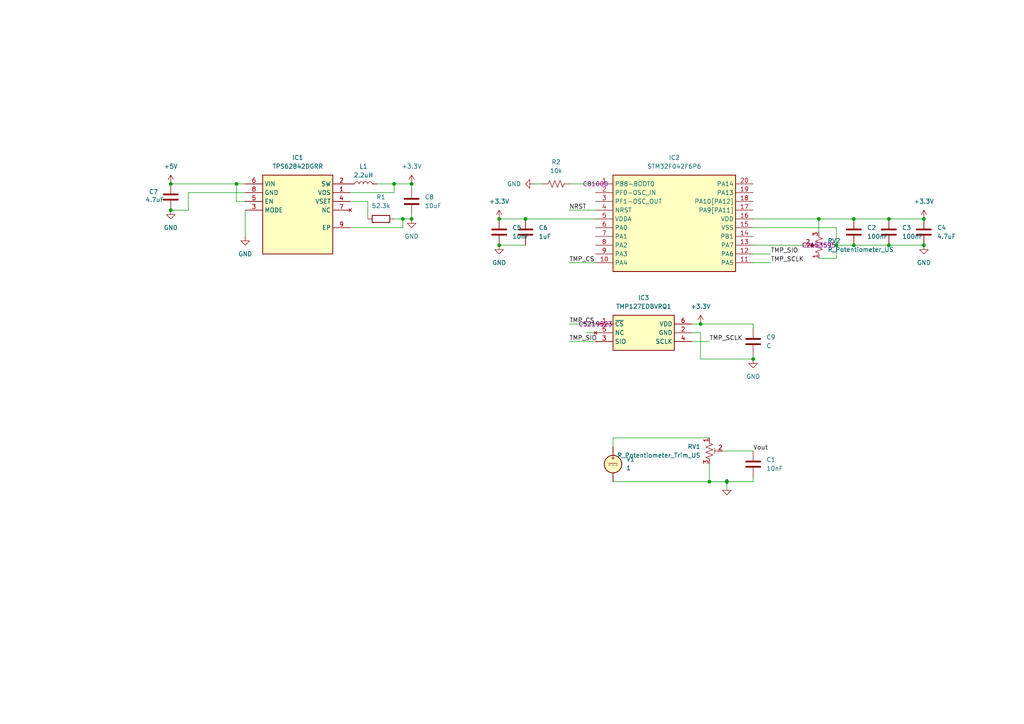
<source format=kicad_sch>
(kicad_sch (version 20250114) (generator "eeschema") (generator_version "9.0")
  (paper "A4")
  (lib_symbols
    (symbol "Device:C" (pin_numbers (hide yes)) (pin_names (offset 0.254))
      (property "Reference" "C" (at 0.635 2.54 0))
      (property "Value" "C" (at 0.635 -2.54 0))
      (symbol "C_0_1"
        (polyline (pts (xy -2.032 0.762) (xy 2.032 0.762)) (stroke (width 0.508)))
        (polyline (pts (xy -2.032 -0.762) (xy 2.032 -0.762)) (stroke (width 0.508)))
      )
      (symbol "C_1_1"
        (pin passive line (at 0 3.81 270) (length 2.794) (name "~") (number "1"))
        (pin passive line (at 0 -3.81 90) (length 2.794) (name "~") (number "2"))
      )
    )
    (symbol "Device:L" (pin_numbers (hide yes)) (pin_names (offset 1.016) (hide yes))
      (property "Reference" "L" (at -1.27 0 90))
      (property "Value" "L" (at 1.905 0 90))
      (symbol "L_0_1"
        (arc (start 0 2.54) (mid 0.6323 1.905) (end 0 1.27))
        (arc (start 0 1.27) (mid 0.6323 0.635) (end 0 0))
        (arc (start 0 0) (mid 0.6323 -0.635) (end 0 -1.27))
        (arc (start 0 -1.27) (mid 0.6323 -1.905) (end 0 -2.54))
      )
      (symbol "L_1_1"
        (pin passive line (at 0 3.81 270) (length 1.27) (name "1") (number "1"))
        (pin passive line (at 0 -3.81 90) (length 1.27) (name "2") (number "2"))
      )
    )
    (symbol "Device:R" (pin_numbers (hide yes)) (pin_names (offset 0))
      (property "Reference" "R" (at 2.032 0 90))
      (property "Value" "R" (at 0 0 90))
      (symbol "R_0_1"
        (rectangle (start -1.016 -2.54) (end 1.016 2.54) (stroke (width 0.254)))
      )
      (symbol "R_1_1"
        (pin passive line (at 0 3.81 270) (length 1.27) (name "~") (number "1"))
        (pin passive line (at 0 -3.81 90) (length 1.27) (name "~") (number "2"))
      )
    )
    (symbol "Device:R_Potentiometer_Trim_US" (pin_names (offset 1.016) (hide yes))
      (property "Reference" "RV" (at -4.445 0 90))
      (property "Value" "R_Potentiometer_Trim_US" (at -2.54 0 90))
      (symbol "R_Potentiometer_Trim_US_0_1"
        (polyline (pts (xy 0 2.286) (xy 0 2.54)))
        (polyline (pts (xy 0 2.286) (xy 1.016 1.905) (xy 0 1.524) (xy -1.016 1.143) (xy 0 0.762)))
        (polyline (pts (xy 0 0.762) (xy 1.016 0.381) (xy 0 0) (xy -1.016 -0.381) (xy 0 -0.762)))
        (polyline (pts (xy 0 -0.762) (xy 1.016 -1.143) (xy 0 -1.524) (xy -1.016 -1.905) (xy 0 -2.286)))
        (polyline (pts (xy 0 -2.286) (xy 0 -2.54)))
        (polyline (pts (xy 1.524 0.762) (xy 1.524 -0.762)))
        (polyline (pts (xy 2.54 0) (xy 1.524 0)))
      )
      (symbol "R_Potentiometer_Trim_US_1_1"
        (pin passive line (at 0 3.81 270) (length 1.27) (name "1") (number "1"))
        (pin passive line (at 0 -3.81 90) (length 1.27) (name "3") (number "3"))
        (pin passive line (at 3.81 0 180) (length 1.27) (name "2") (number "2"))
      )
    )
    (symbol "Device:R_Potentiometer_US" (pin_names (offset 1.016) (hide yes))
      (property "Reference" "RV" (at -4.445 0 90))
      (property "Value" "R_Potentiometer_US" (at -2.54 0 90))
      (symbol "R_Potentiometer_US_0_1"
        (polyline (pts (xy 0 2.54) (xy 0 2.286)))
        (polyline (pts (xy 0 2.286) (xy 1.016 1.905) (xy 0 1.524) (xy -1.016 1.143) (xy 0 0.762)))
        (polyline (pts (xy 0 0.762) (xy 1.016 0.381) (xy 0 0) (xy -1.016 -0.381) (xy 0 -0.762)))
        (polyline (pts (xy 0 -0.762) (xy 1.016 -1.143) (xy 0 -1.524) (xy -1.016 -1.905) (xy 0 -2.286)))
        (polyline (pts (xy 0 -2.286) (xy 0 -2.54)))
        (polyline (pts (xy 1.143 0) (xy 2.286 0.508) (xy 2.286 -0.508) (xy 1.143 0)) (fill (type outline)))
        (polyline (pts (xy 2.54 0) (xy 1.524 0)))
      )
      (symbol "R_Potentiometer_US_1_1"
        (pin passive line (at 0 3.81 270) (length 1.27) (name "1") (number "1"))
        (pin passive line (at 0 -3.81 90) (length 1.27) (name "3") (number "3"))
        (pin passive line (at 3.81 0 180) (length 1.27) (name "2") (number "2"))
      )
    )
    (symbol "Device:R_US" (pin_numbers (hide yes)) (pin_names (offset 0))
      (property "Reference" "R" (at 2.54 0 90))
      (property "Value" "R_US" (at -2.54 0 90))
      (symbol "R_US_0_1"
        (polyline (pts (xy 0 2.286) (xy 0 2.54)))
        (polyline (pts (xy 0 2.286) (xy 1.016 1.905) (xy 0 1.524) (xy -1.016 1.143) (xy 0 0.762)))
        (polyline (pts (xy 0 0.762) (xy 1.016 0.381) (xy 0 0) (xy -1.016 -0.381) (xy 0 -0.762)))
        (polyline (pts (xy 0 -0.762) (xy 1.016 -1.143) (xy 0 -1.524) (xy -1.016 -1.905) (xy 0 -2.286)))
        (polyline (pts (xy 0 -2.286) (xy 0 -2.54)))
      )
      (symbol "R_US_1_1"
        (pin passive line (at 0 3.81 270) (length 1.27) (name "~") (number "1"))
        (pin passive line (at 0 -3.81 90) (length 1.27) (name "~") (number "2"))
      )
    )
    (symbol "STM32F042F6P6:STM32F042F6P6"
      (property "Reference" "IC" (at 41.91 7.62 0))
      (property "Value" "STM32F042F6P6" (at 41.91 5.08 0))
      (symbol "STM32F042F6P6_1_1"
        (rectangle (start 5.08 2.54) (end 40.64 -25.4) (stroke (width 0.254)) (fill (type background)))
        (pin passive line (at 0 0 0) (length 5.08) (name "PB8-BOOT0") (number "1"))
        (pin passive line (at 0 -2.54 0) (length 5.08) (name "PF0-OSC_IN") (number "2"))
        (pin passive line (at 0 -5.08 0) (length 5.08) (name "PF1-OSC_OUT") (number "3"))
        (pin passive line (at 0 -7.62 0) (length 5.08) (name "NRST") (number "4"))
        (pin passive line (at 0 -10.16 0) (length 5.08) (name "VDDA") (number "5"))
        (pin passive line (at 0 -12.7 0) (length 5.08) (name "PA0") (number "6"))
        (pin passive line (at 0 -15.24 0) (length 5.08) (name "PA1") (number "7"))
        (pin passive line (at 0 -17.78 0) (length 5.08) (name "PA2") (number "8"))
        (pin passive line (at 0 -20.32 0) (length 5.08) (name "PA3") (number "9"))
        (pin passive line (at 0 -22.86 0) (length 5.08) (name "PA4") (number "10"))
        (pin passive line (at 45.72 0 180) (length 5.08) (name "PA14") (number "20"))
        (pin passive line (at 45.72 -2.54 180) (length 5.08) (name "PA13") (number "19"))
        (pin passive line (at 45.72 -5.08 180) (length 5.08) (name "PA10[PA12]") (number "18"))
        (pin passive line (at 45.72 -7.62 180) (length 5.08) (name "PA9[PA11]") (number "17"))
        (pin passive line (at 45.72 -10.16 180) (length 5.08) (name "VDD") (number "16"))
        (pin passive line (at 45.72 -12.7 180) (length 5.08) (name "VSS") (number "15"))
        (pin passive line (at 45.72 -15.24 180) (length 5.08) (name "PB1") (number "14"))
        (pin passive line (at 45.72 -17.78 180) (length 5.08) (name "PA7") (number "13"))
        (pin passive line (at 45.72 -20.32 180) (length 5.08) (name "PA6") (number "12"))
        (pin passive line (at 45.72 -22.86 180) (length 5.08) (name "PA5") (number "11"))
      )
    )
    (symbol "Simulation_SPICE:0" (power) (pin_numbers (hide yes)) (pin_names (offset 0) (hide yes))
      (property "Value" "0" (at 0 -2.54 0))
      (symbol "0_0_1"
        (polyline (pts (xy -1.27 0) (xy 0 -1.27) (xy 1.27 0) (xy -1.27 0)))
      )
      (symbol "0_1_1"
        (pin power_in line (at 0 0 0) (length 0) (name "~") (number "1"))
      )
    )
    (symbol "Simulation_SPICE:VDC" (pin_numbers (hide yes)) (pin_names (offset 0.0254))
      (property "Reference" "V" (at 2.54 2.54 0))
      (property "Value" "1" (at 2.54 0 0))
      (symbol "VDC_0_0"
        (polyline (pts (xy -1.27 0.254) (xy 1.27 0.254)))
        (polyline (pts (xy -0.762 -0.254) (xy -1.27 -0.254)))
        (polyline (pts (xy 0.254 -0.254) (xy -0.254 -0.254)))
        (polyline (pts (xy 1.27 -0.254) (xy 0.762 -0.254)))
        (text "+" (at 0 1.905 0) (effects (font (size 1.27 1.27))))
      )
      (symbol "VDC_0_1"
        (circle (center 0 0) (radius 2.54) (stroke (width 0.254)) (fill (type background)))
      )
      (symbol "VDC_1_1"
        (pin passive line (at 0 5.08 270) (length 2.54) (name "~") (number "1"))
        (pin passive line (at 0 -5.08 90) (length 2.54) (name "~") (number "2"))
      )
    )
    (symbol "TMP127EDBVRQ1:TMP127EDBVRQ1"
      (property "Reference" "IC3" (at 13.97 7.62 0))
      (property "Value" "TMP127EDBVRQ1" (at 13.97 5.08 0))
      (symbol "TMP127EDBVRQ1_1_1"
        (rectangle (start 5.08 2.54) (end 22.86 -7.62) (stroke (width 0.254)) (fill (type background)))
        (pin passive line (at 0 0 0) (length 5.08) (name "~{CS}") (number "1"))
        (pin no_connect line (at 0 -2.54 0) (length 5.08) (name "NC") (number "5"))
        (pin passive line (at 0 -5.08 0) (length 5.08) (name "SIO") (number "3"))
        (pin passive line (at 27.94 0 180) (length 5.08) (name "VDD") (number "6"))
        (pin passive line (at 27.94 -2.54 180) (length 5.08) (name "GND") (number "2"))
        (pin passive line (at 27.94 -5.08 180) (length 5.08) (name "SCLK") (number "4"))
      )
    )
    (symbol "TPS62842DGRR:TPS62842DGRR"
      (property "Reference" "IC" (at 26.67 7.62 0))
      (property "Value" "TPS62842DGRR" (at 26.67 5.08 0))
      (symbol "TPS62842DGRR_1_1"
        (rectangle (start 5.08 2.54) (end 25.4 -20.32) (stroke (width 0.254)) (fill (type background)))
        (pin passive line (at 0 0 0) (length 5.08) (name "VIN") (number "6"))
        (pin passive line (at 0 -2.54 0) (length 5.08) (name "GND") (number "8"))
        (pin passive line (at 0 -5.08 0) (length 5.08) (name "EN") (number "5"))
        (pin passive line (at 0 -7.62 0) (length 5.08) (name "MODE") (number "3"))
        (pin passive line (at 30.48 0 180) (length 5.08) (name "SW") (number "2"))
        (pin passive line (at 30.48 -2.54 180) (length 5.08) (name "VOS") (number "1"))
        (pin passive line (at 30.48 -5.08 180) (length 5.08) (name "VSET") (number "4"))
        (pin no_connect line (at 30.48 -7.62 180) (length 5.08) (name "NC") (number "7"))
        (pin passive line (at 30.48 -12.7 180) (length 5.08) (name "EP") (number "9"))
      )
    )
    (symbol "power:+3.3V" (power) (pin_numbers (hide yes)) (pin_names (offset 0) (hide yes))
      (property "Value" "+3.3V" (at 0 3.556 0))
      (symbol "+3.3V_0_1"
        (polyline (pts (xy -0.762 1.27) (xy 0 2.54)))
        (polyline (pts (xy 0 2.54) (xy 0.762 1.27)))
        (polyline (pts (xy 0 0) (xy 0 2.54)))
      )
      (symbol "+3.3V_1_1"
        (pin power_in line (at 0 0 90) (length 0) (name "~") (number "1"))
      )
    )
    (symbol "power:+5V" (power) (pin_numbers (hide yes)) (pin_names (offset 0) (hide yes))
      (property "Value" "+5V" (at 0 3.556 0))
      (symbol "+5V_0_1"
        (polyline (pts (xy -0.762 1.27) (xy 0 2.54)))
        (polyline (pts (xy 0 2.54) (xy 0.762 1.27)))
        (polyline (pts (xy 0 0) (xy 0 2.54)))
      )
      (symbol "+5V_1_1"
        (pin power_in line (at 0 0 90) (length 0) (name "~") (number "1"))
      )
    )
    (symbol "power:GND" (power) (pin_numbers (hide yes)) (pin_names (offset 0) (hide yes))
      (property "Value" "GND" (at 0 -3.81 0))
      (symbol "GND_0_1"
        (polyline (pts (xy 0 0) (xy 0 -1.27) (xy 1.27 -1.27) (xy 0 -2.54) (xy -1.27 -1.27) (xy 0 -1.27)))
      )
      (symbol "GND_1_1"
        (pin power_in line (at 0 0 270) (length 0) (name "~") (number "1"))
      )
    )
  )
  (junction (at 119.38 53.34))
  (junction (at 210.82 139.7))
  (junction (at 144.78 71.12))
  (junction (at 68.58 53.34))
  (junction (at 218.44 104.14))
  (junction (at 114.3 53.34))
  (junction (at 119.38 63.5))
  (junction (at 49.53 60.96))
  (junction (at 49.53 53.34))
  (junction (at 267.97 71.12))
  (junction (at 267.97 63.5))
  (junction (at 247.65 71.12))
  (junction (at 205.74 139.7))
  (junction (at 257.81 71.12))
  (junction (at 152.4 63.5))
  (junction (at 203.2 93.98))
  (junction (at 237.49 63.5))
  (junction (at 242.57 71.12))
  (junction (at 116.84 63.5))
  (junction (at 257.81 63.5))
  (junction (at 144.78 63.5))
  (junction (at 247.65 63.5))
  (wire (pts (xy 165.1 99.06) (xy 172.72 99.06)))
  (wire (pts (xy 257.81 71.12) (xy 267.97 71.12)))
  (wire (pts (xy 54.61 55.88) (xy 54.61 60.96)))
  (wire (pts (xy 210.82 139.7) (xy 210.82 142.24)))
  (wire (pts (xy 68.58 58.42) (xy 68.58 53.34)))
  (wire (pts (xy 210.82 139.7) (xy 218.44 139.7)))
  (wire (pts (xy 54.61 55.88) (xy 71.12 55.88)))
  (wire (pts (xy 106.68 58.42) (xy 106.68 63.5)))
  (wire (pts (xy 109.22 53.34) (xy 114.3 53.34)))
  (wire (pts (xy 242.57 74.93) (xy 242.57 71.12)))
  (wire (pts (xy 218.44 71.12) (xy 233.68 71.12)))
  (wire (pts (xy 247.65 71.12) (xy 242.57 71.12)))
  (wire (pts (xy 237.49 63.5) (xy 237.49 67.31)))
  (wire (pts (xy 119.38 62.23) (xy 119.38 63.5)))
  (wire (pts (xy 101.6 55.88) (xy 114.3 55.88)))
  (wire (pts (xy 218.44 95.25) (xy 218.44 93.98)))
  (wire (pts (xy 119.38 53.34) (xy 114.3 53.34)))
  (wire (pts (xy 200.66 93.98) (xy 203.2 93.98)))
  (wire (pts (xy 218.44 102.87) (xy 218.44 104.14)))
  (wire (pts (xy 247.65 63.5) (xy 257.81 63.5)))
  (wire (pts (xy 218.44 76.2) (xy 223.52 76.2)))
  (wire (pts (xy 119.38 54.61) (xy 119.38 53.34)))
  (wire (pts (xy 114.3 63.5) (xy 116.84 63.5)))
  (wire (pts (xy 177.8 139.7) (xy 205.74 139.7)))
  (wire (pts (xy 101.6 58.42) (xy 106.68 58.42)))
  (wire (pts (xy 177.8 127) (xy 205.74 127)))
  (wire (pts (xy 154.94 53.34) (xy 157.48 53.34)))
  (wire (pts (xy 200.66 99.06) (xy 205.74 99.06)))
  (wire (pts (xy 116.84 63.5) (xy 119.38 63.5)))
  (wire (pts (xy 165.1 93.98) (xy 172.72 93.98)))
  (wire (pts (xy 218.44 73.66) (xy 223.52 73.66)))
  (wire (pts (xy 165.1 53.34) (xy 172.72 53.34)))
  (wire (pts (xy 152.4 71.12) (xy 144.78 71.12)))
  (wire (pts (xy 71.12 58.42) (xy 68.58 58.42)))
  (wire (pts (xy 116.84 66.04) (xy 116.84 63.5)))
  (wire (pts (xy 152.4 63.5) (xy 172.72 63.5)))
  (wire (pts (xy 165.1 76.2) (xy 172.72 76.2)))
  (wire (pts (xy 218.44 93.98) (xy 203.2 93.98)))
  (wire (pts (xy 205.74 139.7) (xy 210.82 139.7)))
  (wire (pts (xy 237.49 74.93) (xy 242.57 74.93)))
  (wire (pts (xy 237.49 63.5) (xy 247.65 63.5)))
  (wire (pts (xy 218.44 139.7) (xy 218.44 138.43)))
  (wire (pts (xy 218.44 63.5) (xy 237.49 63.5)))
  (wire (pts (xy 242.57 66.04) (xy 218.44 66.04)))
  (wire (pts (xy 200.66 96.52) (xy 203.2 96.52)))
  (wire (pts (xy 165.1 60.96) (xy 172.72 60.96)))
  (wire (pts (xy 144.78 63.5) (xy 152.4 63.5)))
  (wire (pts (xy 170.18 96.52) (xy 172.72 96.52)))
  (wire (pts (xy 242.57 71.12) (xy 242.57 66.04)))
  (wire (pts (xy 49.53 53.34) (xy 68.58 53.34)))
  (wire (pts (xy 218.44 130.81) (xy 209.55 130.81)))
  (wire (pts (xy 114.3 55.88) (xy 114.3 53.34)))
  (wire (pts (xy 247.65 71.12) (xy 257.81 71.12)))
  (wire (pts (xy 257.81 63.5) (xy 267.97 63.5)))
  (wire (pts (xy 205.74 134.62) (xy 205.74 139.7)))
  (wire (pts (xy 49.53 53.34) (xy 49.53 54.61)))
  (wire (pts (xy 71.12 53.34) (xy 68.58 53.34)))
  (wire (pts (xy 177.8 127) (xy 177.8 129.54)))
  (wire (pts (xy 49.53 60.96) (xy 54.61 60.96)))
  (wire (pts (xy 101.6 66.04) (xy 116.84 66.04)))
  (wire (pts (xy 203.2 104.14) (xy 218.44 104.14)))
  (wire (pts (xy 71.12 60.96) (xy 71.12 68.58)))
  (wire (pts (xy 203.2 96.52) (xy 203.2 104.14)))
  (label "TMP_SCLK" (at 223.52 76.2 0))
  (label "TMP_SIO" (at 165.1 99.06 0))
  (label "Vout" (at 218.44 130.81 0))
  (label "TMP_SIO" (at 223.52 73.66 0))
  (label "NRST" (at 165.1 60.96 0))
  (label "TMP_CS" (at 165.1 76.2 0))
  (label "TMP_SCLK" (at 205.74 99.06 0))
  (label "TMP_CS" (at 165.1 93.98 0))
  (symbol (lib_id "Device:R_Potentiometer_Trim_US") (at 205.74 130.81 0) (unit 1)
    (property "Reference" "RV1" (at 203.2 129.5399 0) (effects (justify right)))
    (property "Value" "R_Potentiometer_Trim_US" (at 203.2 132.0799 0) (effects (justify right)))
    (property "Description" "Trim-potentiometer, US symbol" (effects (hide yes)))
    (property "Sim.Device" "R" (effects (hide yes)))
    (property "Sim.Type" "POT" (effects (hide yes)))
    (property "Sim.Pins" "1=r0 2=wiper 3=r1" (effects (hide yes)))
    (property "Sim.Params" "r=1000 pos=0" (effects (hide yes)))
  )
  (symbol (lib_id "Device:C") (at 49.53 57.15 0) (unit 1)
    (property "Reference" "C7" (at 43.18 55.626 0) (effects (justify left)))
    (property "Value" "4.7uF" (at 42.164 57.912 0) (effects (justify left)))
    (property "Description" "Unpolarized capacitor" (effects (hide yes)))
  )
  (symbol (lib_id "Device:C") (at 218.44 134.62 0) (unit 1)
    (property "Reference" "C1" (at 222.25 133.3499 0) (effects (justify left)))
    (property "Value" "10nF" (at 222.25 135.8899 0) (effects (justify left)))
    (property "Description" "Unpolarized capacitor" (effects (hide yes)))
  )
  (symbol (lib_id "STM32F042F6P6:STM32F042F6P6") (at 172.72 53.34 0) (unit 1)
    (property "Reference" "IC2" (at 195.58 45.72 0))
    (property "Value" "STM32F042F6P6" (at 195.58 48.26 0))
    (property "Footprint" "SOP65P640X120-20N" (effects (hide yes)))
    (property "Datasheet" "http://www.st.com/content/ccc/resource/technical/document/datasheet/52/ad/d0/80/e6/be/40/ad/DM00105814.pdf/files/DM00105814.pdf/jcr:content/translations/en.DM00105814.pdf" (effects (hide yes)))
    (property "Description" "32-Bit MCU 32K Flash USB2.0 CAN TSSOP20 STMicroelectronics STM32F042F6P6, 32bit ARM Cortex M0 Microcontroller, 48MHz, 32 kB Flash, 20-Pin TSSOP" (effects (hide yes)))
    (property "Height" "1.2" (effects (hide yes)))
    (property "Manufacturer_Name" "STMicroelectronics" (effects (hide yes)))
    (property "Manufacturer_Part_Number" "STM32F042F6P6" (effects (hide yes)))
    (property "Mouser Part Number" "511-STM32F042F6P6" (effects (hide yes)))
    (property "Mouser Price/Stock" "https://www.mouser.co.uk/ProductDetail/STMicroelectronics/STM32F042F6P6?qs=4b8myOmUP%252BsTtpJfUMo83g%3D%3D" (effects (hide yes)))
    (property "Arrow Part Number" "STM32F042F6P6" (effects (hide yes)))
    (property "Arrow Price/Stock" "https://www.arrow.com/en/products/stm32f042f6p6/stmicroelectronics?region=europe" (effects (hide yes)))
    (property "LCSC" "C81000" (at 172.72 53.34 0))
  )
  (symbol (lib_id "power:GND") (at 154.94 53.34 270) (unit 1)
    (property "Reference" "#PWR010" (effects (hide yes)))
    (property "Value" "GND" (at 151.13 53.3399 90) (effects (justify right)))
    (property "Description" "Power symbol creates a global label with name \"GND\" , ground" (effects (hide yes)))
  )
  (symbol (lib_id "power:GND") (at 144.78 71.12 0) (unit 1)
    (property "Reference" "#PWR03" (effects (hide yes)))
    (property "Value" "GND" (at 144.78 76.2 0))
    (property "Description" "Power symbol creates a global label with name \"GND\" , ground" (effects (hide yes)))
  )
  (symbol (lib_id "Device:C") (at 144.78 67.31 0) (unit 1)
    (property "Reference" "C5" (at 148.59 66.0399 0) (effects (justify left)))
    (property "Value" "10nF" (at 148.59 68.5799 0) (effects (justify left)))
    (property "Description" "Unpolarized capacitor" (effects (hide yes)))
  )
  (symbol (lib_id "Device:R") (at 110.49 63.5 90) (unit 1)
    (property "Reference" "R1" (at 110.49 57.15 90))
    (property "Value" "52.3k" (at 110.49 59.69 90))
    (property "Description" "Resistor" (effects (hide yes)))
  )
  (symbol (lib_id "Device:C") (at 257.81 67.31 0) (unit 1)
    (property "Reference" "C3" (at 261.62 66.0399 0) (effects (justify left)))
    (property "Value" "100nF" (at 261.62 68.5799 0) (effects (justify left)))
    (property "Description" "Unpolarized capacitor" (effects (hide yes)))
  )
  (symbol (lib_id "Simulation_SPICE:0") (at 210.82 142.24 0) (unit 1)
    (property "Reference" "#GND01" (effects (hide yes)))
    (property "Value" "0" (at 210.82 139.7 0))
    (property "Datasheet" "https://ngspice.sourceforge.io/docs/ngspice-html-manual/manual.xhtml#subsec_Circuit_elements__device" (effects (hide yes)))
    (property "Description" "0V reference potential for simulation" (effects (hide yes)))
  )
  (symbol (lib_id "power:+5V") (at 49.53 53.34 0) (unit 1)
    (property "Reference" "#PWR07" (effects (hide yes)))
    (property "Value" "+5V" (at 49.53 48.26 0))
    (property "Description" "Power symbol creates a global label with name \"+5V\"" (effects (hide yes)))
  )
  (symbol (lib_id "power:+3.3V") (at 203.2 93.98 0) (unit 1)
    (property "Reference" "#PWR012" (effects (hide yes)))
    (property "Value" "+3.3V" (at 203.2 88.9 0))
    (property "Description" "Power symbol creates a global label with name \"+3.3V\"" (effects (hide yes)))
  )
  (symbol (lib_id "Device:C") (at 267.97 67.31 0) (unit 1)
    (property "Reference" "C4" (at 271.78 66.0399 0) (effects (justify left)))
    (property "Value" "4.7uF" (at 271.78 68.5799 0) (effects (justify left)))
    (property "Description" "Unpolarized capacitor" (effects (hide yes)))
  )
  (symbol (lib_id "TMP127EDBVRQ1:TMP127EDBVRQ1") (at 172.72 93.98 0) (unit 1)
    (property "Reference" "IC3" (at 186.69 86.36 0))
    (property "Value" "TMP127EDBVRQ1" (at 186.69 88.9 0))
    (property "Footprint" "SOT95P280X145-6N" (effects (hide yes)))
    (property "Datasheet" "https://www.ti.com/lit/ds/symlink/tmp127-q1.pdf?ts=1649294911130&ref_url=https%253A%252F%252Fwww.ti.com%252Fproduct%252FTMP127-Q1" (effects (hide yes)))
    (property "Description" "Board Mount Temperature Sensors Automotive +/-0.8 C SPI temperature sensor with 175 C operation 6-SOT-23 -55 to 175" (effects (hide yes)))
    (property "Height" "1.45" (effects (hide yes)))
    (property "Mouser Part Number" "595-TMP127EDBVRQ1" (effects (hide yes)))
    (property "Mouser Price/Stock" "https://www.mouser.co.uk/ProductDetail/Texas-Instruments/TMP127EDBVRQ1?qs=Znm5pLBrcAIt0n8dxW84dg%3D%3D" (effects (hide yes)))
    (property "Manufacturer_Name" "Texas Instruments" (effects (hide yes)))
    (property "Manufacturer_Part_Number" "TMP127EDBVRQ1" (effects (hide yes)))
    (property "LCSC" "C5219523" (at 172.72 93.98 0))
  )
  (symbol (lib_id "Device:L") (at 105.41 53.34 90) (unit 1)
    (property "Reference" "L1" (at 105.41 48.26 90))
    (property "Value" "2.2uH" (at 105.41 50.8 90))
    (property "Description" "Inductor" (effects (hide yes)))
  )
  (symbol (lib_id "power:GND") (at 267.97 71.12 0) (unit 1)
    (property "Reference" "#PWR02" (effects (hide yes)))
    (property "Value" "GND" (at 267.97 76.2 0))
    (property "Description" "Power symbol creates a global label with name \"GND\" , ground" (effects (hide yes)))
  )
  (symbol (lib_id "Device:C") (at 152.4 67.31 0) (unit 1)
    (property "Reference" "C6" (at 156.21 66.0399 0) (effects (justify left)))
    (property "Value" "1uF" (at 156.21 68.5799 0) (effects (justify left)))
    (property "Description" "Unpolarized capacitor" (effects (hide yes)))
  )
  (symbol (lib_id "power:GND") (at 218.44 104.14 0) (unit 1)
    (property "Reference" "#PWR013" (effects (hide yes)))
    (property "Value" "GND" (at 218.44 109.22 0))
    (property "Description" "Power symbol creates a global label with name \"GND\" , ground" (effects (hide yes)))
  )
  (symbol (lib_id "Device:R_US") (at 161.29 53.34 90) (unit 1)
    (property "Reference" "R2" (at 161.29 46.99 90))
    (property "Value" "10k" (at 161.29 49.53 90))
    (property "Description" "Resistor, US symbol" (effects (hide yes)))
  )
  (symbol (lib_id "Device:C") (at 119.38 58.42 0) (unit 1)
    (property "Reference" "C8" (at 123.19 57.1499 0) (effects (justify left)))
    (property "Value" "10uF" (at 123.19 59.6899 0) (effects (justify left)))
    (property "Description" "Unpolarized capacitor" (effects (hide yes)))
  )
  (symbol (lib_id "power:+3.3V") (at 144.78 63.5 0) (unit 1)
    (property "Reference" "#PWR04" (effects (hide yes)))
    (property "Value" "+3.3V" (at 144.78 58.42 0))
    (property "Description" "Power symbol creates a global label with name \"+3.3V\"" (effects (hide yes)))
  )
  (symbol (lib_id "Device:R_Potentiometer_US") (at 237.49 71.12 180) (unit 1)
    (property "Reference" "RV2" (at 240.03 69.8499 0) (effects (justify right)))
    (property "Value" "R_Potentiometer_US" (at 240.03 72.3899 0) (effects (justify right)))
    (property "Description" "Potentiometer, US symbol" (effects (hide yes)))
    (property "LCSC" "C2153595" (at 237.49 71.12 0))
  )
  (symbol (lib_id "Device:C") (at 218.44 99.06 180) (unit 1)
    (property "Reference" "C9" (at 222.25 97.7899 0) (effects (justify right)))
    (property "Value" "C" (at 222.25 100.3299 0) (effects (justify right)))
    (property "Description" "Unpolarized capacitor" (effects (hide yes)))
  )
  (symbol (lib_id "power:+3.3V") (at 267.97 63.5 0) (unit 1)
    (property "Reference" "#PWR01" (effects (hide yes)))
    (property "Value" "+3.3V" (at 267.97 58.42 0))
    (property "Description" "Power symbol creates a global label with name \"+3.3V\"" (effects (hide yes)))
  )
  (symbol (lib_id "power:GND") (at 71.12 68.58 0) (unit 1)
    (property "Reference" "#PWR06" (effects (hide yes)))
    (property "Value" "GND" (at 71.12 73.66 0))
    (property "Description" "Power symbol creates a global label with name \"GND\" , ground" (effects (hide yes)))
  )
  (symbol (lib_id "power:GND") (at 119.38 63.5 0) (unit 1)
    (property "Reference" "#PWR08" (effects (hide yes)))
    (property "Value" "GND" (at 119.38 68.58 0))
    (property "Description" "Power symbol creates a global label with name \"GND\" , ground" (effects (hide yes)))
  )
  (symbol (lib_id "power:GND") (at 49.53 60.96 0) (unit 1)
    (property "Reference" "#PWR05" (effects (hide yes)))
    (property "Value" "GND" (at 49.53 66.04 0))
    (property "Description" "Power symbol creates a global label with name \"GND\" , ground" (effects (hide yes)))
  )
  (symbol (lib_id "Device:C") (at 247.65 67.31 0) (unit 1)
    (property "Reference" "C2" (at 251.46 66.0399 0) (effects (justify left)))
    (property "Value" "100nF" (at 251.46 68.5799 0) (effects (justify left)))
    (property "Description" "Unpolarized capacitor" (effects (hide yes)))
  )
  (symbol (lib_id "power:+3.3V") (at 119.38 53.34 0) (unit 1)
    (property "Reference" "#PWR09" (effects (hide yes)))
    (property "Value" "+3.3V" (at 119.38 48.26 0))
    (property "Description" "Power symbol creates a global label with name \"+3.3V\"" (effects (hide yes)))
  )
  (symbol (lib_id "TPS62842DGRR:TPS62842DGRR") (at 71.12 53.34 0) (unit 1)
    (property "Reference" "IC1" (at 86.36 45.72 0))
    (property "Value" "TPS62842DGRR" (at 86.36 48.26 0))
    (property "Footprint" "SOP65P490X110-9N" (effects (hide yes)))
    (property "Datasheet" "https://www.ti.com/lit/ds/symlink/tps62840.pdf" (effects (hide yes)))
    (property "Description" "Switching Voltage Regulators 60-nA IQ, 1.8-V to 6.5-VIN, high-efficiency 750-mA step-down converter 8-HVSSOP -40 to 125" (effects (hide yes)))
    (property "Height" "1.1" (effects (hide yes)))
    (property "Mouser Part Number" "595-TPS62842DGRR" (effects (hide yes)))
    (property "Mouser Price/Stock" "https://www.mouser.co.uk/ProductDetail/Texas-Instruments/TPS62842DGRR?qs=xZ%2FP%252Ba9zWqbpi7pDQDs52A%3D%3D" (effects (hide yes)))
    (property "Manufacturer_Name" "Texas Instruments" (effects (hide yes)))
    (property "Manufacturer_Part_Number" "TPS62842DGRR" (effects (hide yes)))
    (property "LCSC" "C2873354" (effects (hide yes)))
  )
  (symbol (lib_id "Simulation_SPICE:VDC") (at 177.8 134.62 0) (unit 1)
    (property "Reference" "V1" (at 181.61 133.2201 0) (effects (justify left)))
    (property "Value" "1" (at 181.61 135.7601 0) (effects (justify left)))
    (property "Datasheet" "https://ngspice.sourceforge.io/docs/ngspice-html-manual/manual.xhtml#sec_Independent_Sources_for" (effects (hide yes)))
    (property "Description" "Voltage source, DC" (effects (hide yes)))
    (property "Sim.Pins" "1=+ 2=-" (effects (hide yes)))
    (property "Sim.Type" "DC" (effects (hide yes)))
    (property "Sim.Device" "V" (effects (hide yes)))
  )
)
</source>
